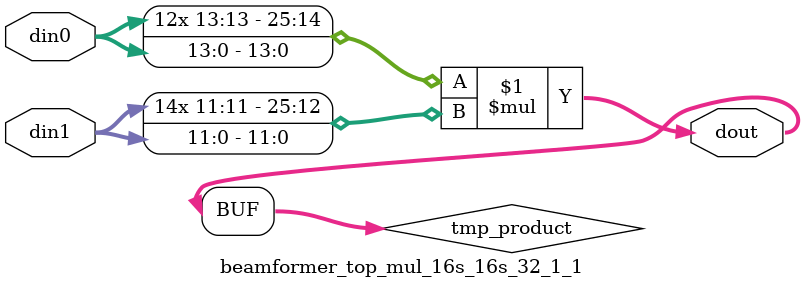
<source format=v>

`timescale 1 ns / 1 ps

 module beamformer_top_mul_16s_16s_32_1_1(din0, din1, dout);
parameter ID = 1;
parameter NUM_STAGE = 0;
parameter din0_WIDTH = 14;
parameter din1_WIDTH = 12;
parameter dout_WIDTH = 26;

input [din0_WIDTH - 1 : 0] din0; 
input [din1_WIDTH - 1 : 0] din1; 
output [dout_WIDTH - 1 : 0] dout;

wire signed [dout_WIDTH - 1 : 0] tmp_product;



























assign tmp_product = $signed(din0) * $signed(din1);








assign dout = tmp_product;





















endmodule

</source>
